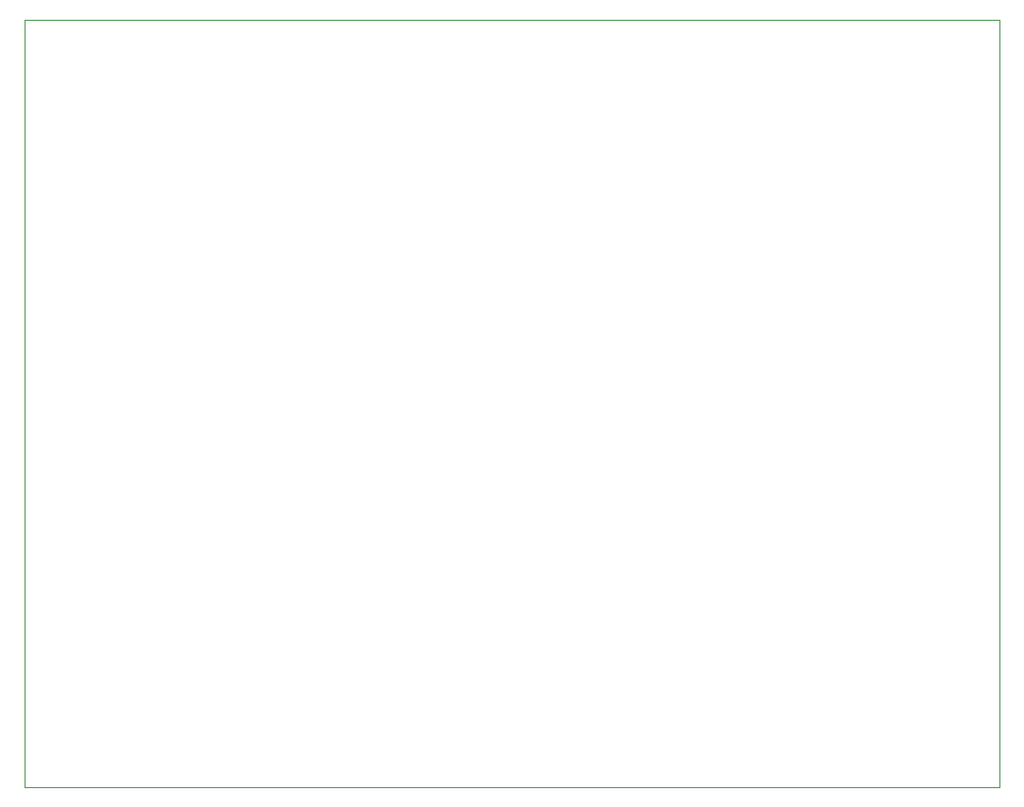
<source format=gbr>
%TF.GenerationSoftware,KiCad,Pcbnew,6.0.4-6f826c9f35~116~ubuntu20.04.1*%
%TF.CreationDate,2022-05-18T13:41:16+03:00*%
%TF.ProjectId,oskar_head_rev1,6f736b61-725f-4686-9561-645f72657631,rev?*%
%TF.SameCoordinates,Original*%
%TF.FileFunction,Profile,NP*%
%FSLAX46Y46*%
G04 Gerber Fmt 4.6, Leading zero omitted, Abs format (unit mm)*
G04 Created by KiCad (PCBNEW 6.0.4-6f826c9f35~116~ubuntu20.04.1) date 2022-05-18 13:41:16*
%MOMM*%
%LPD*%
G01*
G04 APERTURE LIST*
%TA.AperFunction,Profile*%
%ADD10C,0.100000*%
%TD*%
G04 APERTURE END LIST*
D10*
X110007400Y-46634400D02*
X197332600Y-46634400D01*
X197332600Y-46634400D02*
X197332600Y-115468400D01*
X197332600Y-115468400D02*
X110007400Y-115468400D01*
X110007400Y-115468400D02*
X110007400Y-46634400D01*
M02*

</source>
